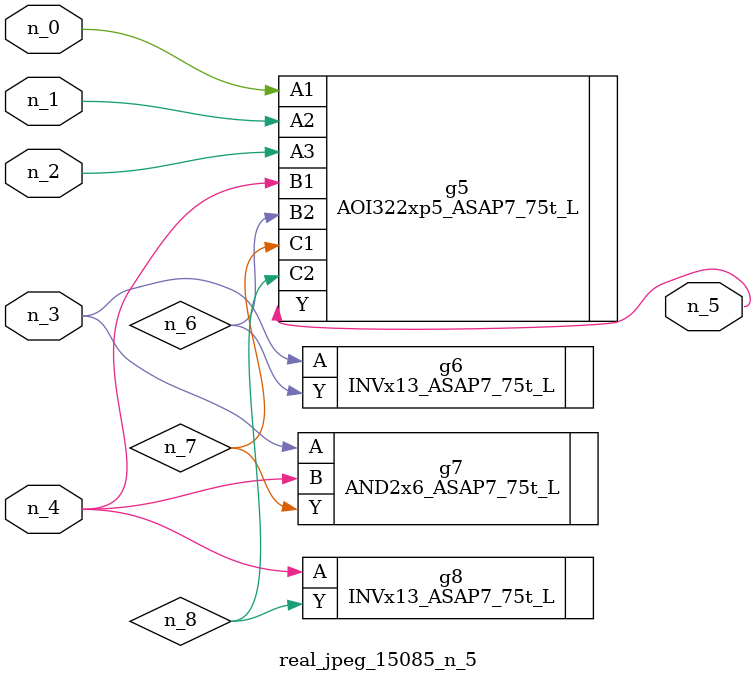
<source format=v>
module real_jpeg_15085_n_5 (n_4, n_0, n_1, n_2, n_3, n_5);

input n_4;
input n_0;
input n_1;
input n_2;
input n_3;

output n_5;

wire n_8;
wire n_6;
wire n_7;

AOI322xp5_ASAP7_75t_L g5 ( 
.A1(n_0),
.A2(n_1),
.A3(n_2),
.B1(n_4),
.B2(n_6),
.C1(n_7),
.C2(n_8),
.Y(n_5)
);

INVx13_ASAP7_75t_L g6 ( 
.A(n_3),
.Y(n_6)
);

AND2x6_ASAP7_75t_L g7 ( 
.A(n_3),
.B(n_4),
.Y(n_7)
);

INVx13_ASAP7_75t_L g8 ( 
.A(n_4),
.Y(n_8)
);


endmodule
</source>
